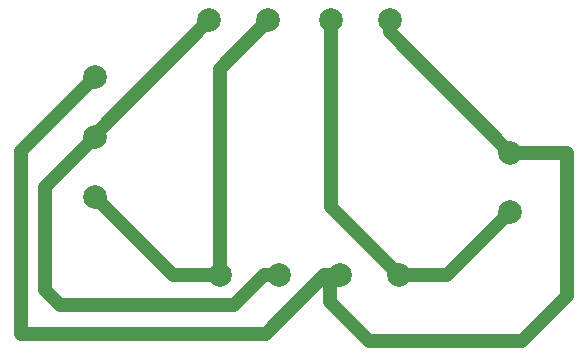
<source format=gbl>
G04 Layer: BottomLayer*
G04 EasyEDA v6.5.44, 2024-07-12 10:06:21*
G04 880f1e11bed849ff8ee5fc4c38d7cf29,b7e772dc9bff4a4eb588b4682febb03c,10*
G04 Gerber Generator version 0.2*
G04 Scale: 100 percent, Rotated: No, Reflected: No *
G04 Dimensions in millimeters *
G04 leading zeros omitted , absolute positions ,4 integer and 5 decimal *
%FSLAX45Y45*%
%MOMM*%

%ADD10C,1.2000*%
%ADD11C,2.0000*%

%LPD*%
D10*
X3013456Y3949700D02*
G01*
X3013456Y2367785D01*
X3590541Y1790700D01*
X3590541Y1790700D02*
G01*
X3996943Y1790700D01*
X4533900Y2327655D01*
X3514343Y3949700D02*
G01*
X3514343Y3848102D01*
X4533900Y2828546D01*
X2073658Y1790700D02*
G01*
X1676400Y1790700D01*
X1016000Y2451100D01*
X1016000Y2959100D02*
G01*
X1016000Y2980941D01*
X1984758Y3949700D01*
X2073656Y1790700D02*
G01*
X2073656Y3537712D01*
X2485643Y3949700D01*
X3089656Y1790700D02*
G01*
X2959100Y1790700D01*
X2463800Y1295400D01*
X393700Y1295400D01*
X393700Y2844800D01*
X1016000Y3467100D01*
X2574543Y1790700D02*
G01*
X2451100Y1790700D01*
X2197100Y1536700D01*
X723900Y1536700D01*
X596900Y1663700D01*
X596900Y2540000D01*
X1016000Y2959100D01*
X4533900Y2828544D02*
G01*
X5016500Y2828544D01*
X5016500Y1612900D01*
X4635500Y1231900D01*
X3340100Y1231900D01*
X3009900Y1562100D01*
X3009900Y1710944D01*
X3089656Y1790700D01*
D11*
G01*
X1016000Y2451100D03*
G01*
X1016000Y3467100D03*
G01*
X1016000Y2959100D03*
G01*
X3089656Y1790700D03*
G01*
X3590543Y1790700D03*
G01*
X2073656Y1790700D03*
G01*
X2574543Y1790700D03*
G01*
X4533900Y2327655D03*
G01*
X4533900Y2828544D03*
G01*
X2485643Y3949700D03*
G01*
X1984756Y3949700D03*
G01*
X3514343Y3949700D03*
G01*
X3013456Y3949700D03*
M02*

</source>
